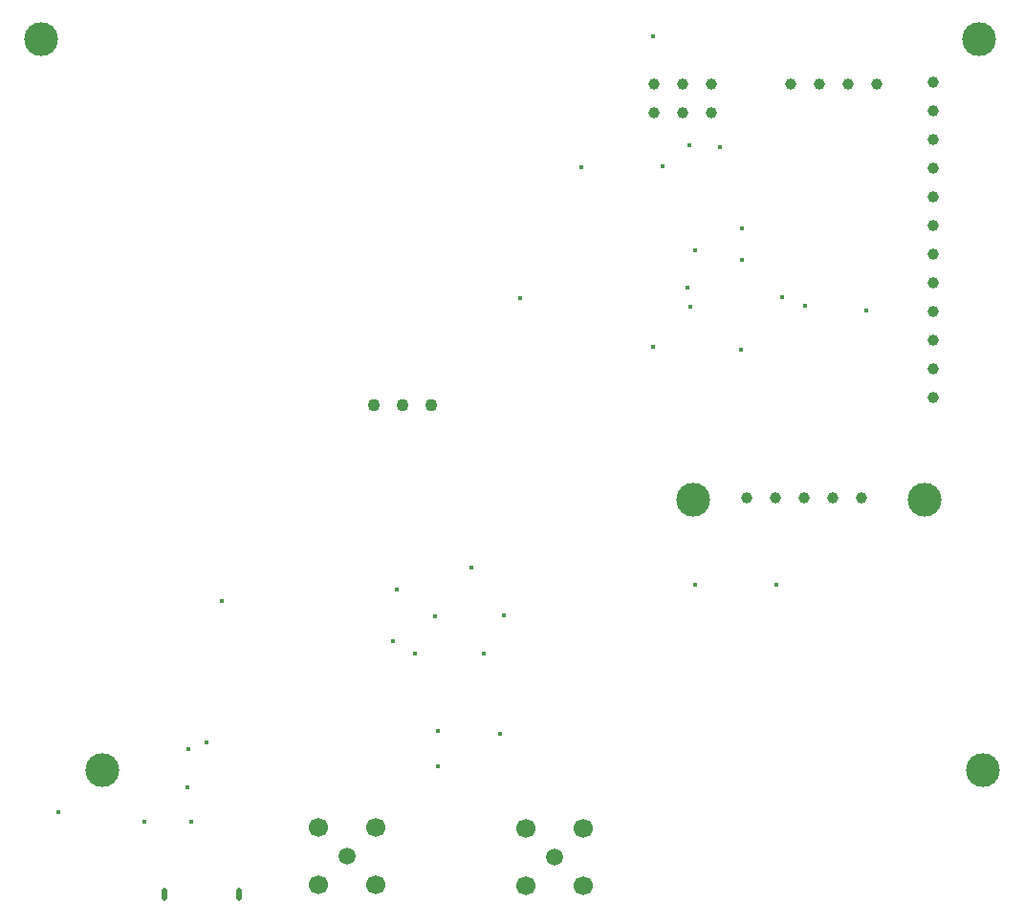
<source format=gbr>
%TF.GenerationSoftware,KiCad,Pcbnew,8.0.5-1.fc40*%
%TF.CreationDate,2024-10-13T22:43:19+02:00*%
%TF.ProjectId,sis5351a GPS controlled time base,73697335-3335-4316-9120-47505320636f,rev?*%
%TF.SameCoordinates,Original*%
%TF.FileFunction,Plated,1,2,PTH,Mixed*%
%TF.FilePolarity,Positive*%
%FSLAX46Y46*%
G04 Gerber Fmt 4.6, Leading zero omitted, Abs format (unit mm)*
G04 Created by KiCad (PCBNEW 8.0.5-1.fc40) date 2024-10-13 22:43:19*
%MOMM*%
%LPD*%
G01*
G04 APERTURE LIST*
%TA.AperFunction,ViaDrill*%
%ADD10C,0.400000*%
%TD*%
G04 aperture for slot hole*
%TA.AperFunction,ComponentDrill*%
%ADD11C,0.500000*%
%TD*%
%TA.AperFunction,ComponentDrill*%
%ADD12C,1.000000*%
%TD*%
%TA.AperFunction,ComponentDrill*%
%ADD13C,1.100000*%
%TD*%
%TA.AperFunction,ComponentDrill*%
%ADD14C,1.500000*%
%TD*%
%TA.AperFunction,ComponentDrill*%
%ADD15C,1.700000*%
%TD*%
%TA.AperFunction,ComponentDrill*%
%ADD16C,3.000000*%
%TD*%
G04 APERTURE END LIST*
D10*
X130096500Y-128165800D03*
X137688700Y-129010200D03*
X141550000Y-125900000D03*
X141606800Y-122574700D03*
X141900000Y-128950000D03*
X143248400Y-121981800D03*
X144550000Y-109450000D03*
X159717000Y-113000000D03*
X160064100Y-108400000D03*
X161700000Y-114100000D03*
X163500000Y-110750000D03*
X163750000Y-120900000D03*
X163750000Y-124100000D03*
X166698200Y-106416000D03*
X167800000Y-114100000D03*
X169200000Y-121149900D03*
X169550000Y-110700000D03*
X170992800Y-82600000D03*
X176450000Y-70950000D03*
X182750000Y-86900000D03*
X182800000Y-59400000D03*
X183650000Y-70900000D03*
X185791400Y-81629000D03*
X186000000Y-69000000D03*
X186100000Y-83300000D03*
X186450000Y-108000000D03*
X186515900Y-78324500D03*
X188689100Y-69201600D03*
X190573500Y-87118500D03*
X190600000Y-76400000D03*
X190600000Y-79200000D03*
X193650000Y-108000000D03*
X194184400Y-82467800D03*
X196251200Y-83267800D03*
X201680200Y-83708300D03*
D11*
%TO.C,J1*%
X139500000Y-135050000D02*
X139500000Y-135750000D01*
X146100000Y-135050000D02*
X146100000Y-135750000D01*
D12*
%TO.C,J4*%
X182860000Y-63600000D03*
X182860000Y-66140000D03*
X185400000Y-63600000D03*
X185400000Y-66140000D03*
X187940000Y-63600000D03*
X187940000Y-66140000D03*
%TO.C,J2*%
X191030000Y-100300000D03*
X193570000Y-100300000D03*
%TO.C,J3*%
X194980000Y-63600000D03*
%TO.C,J2*%
X196110000Y-100300000D03*
%TO.C,J3*%
X197520000Y-63600000D03*
%TO.C,J2*%
X198650000Y-100300000D03*
%TO.C,J3*%
X200060000Y-63600000D03*
%TO.C,J2*%
X201190000Y-100300000D03*
%TO.C,J3*%
X202600000Y-63600000D03*
%TO.C,J5*%
X207600000Y-63420000D03*
X207600000Y-65960000D03*
X207600000Y-68500000D03*
X207600000Y-71040000D03*
X207600000Y-73580000D03*
X207600000Y-76120000D03*
X207600000Y-78660000D03*
X207600000Y-81200000D03*
X207600000Y-83740000D03*
X207600000Y-86280000D03*
X207600000Y-88820000D03*
X207600000Y-91360000D03*
D13*
%TO.C,U4*%
X158060000Y-92030000D03*
X160600000Y-92030000D03*
X163140000Y-92030000D03*
D14*
%TO.C,J7*%
X155700000Y-132050000D03*
%TO.C,J6*%
X174060000Y-132100000D03*
D15*
%TO.C,J7*%
X153160000Y-129510000D03*
X153160000Y-134590000D03*
X158240000Y-129510000D03*
X158240000Y-134590000D03*
%TO.C,J6*%
X171520000Y-129560000D03*
X171520000Y-134640000D03*
X176600000Y-129560000D03*
X176600000Y-134640000D03*
D16*
%TO.C,*%
X128600000Y-59600000D03*
X134000000Y-124400000D03*
%TO.C,REF\u002A\u002A*%
X186315000Y-100480000D03*
X206815000Y-100480000D03*
%TO.C,*%
X211600000Y-59600000D03*
X212000000Y-124400000D03*
M02*

</source>
